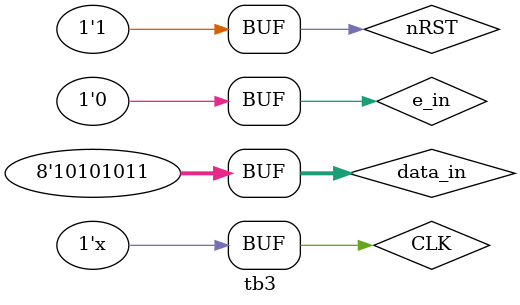
<source format=v>
module tb3;

reg nRST, CLK, e_in;
reg [7:0] data_in;
wire data_out, e_out;

pb3 U0(nRST, CLK, data_in, e_in, data_out, e_out);

always #5 CLK = ~CLK;

initial begin
	nRST = 1; CLK = 0; e_in = 0;
	#10 nRST = 0; 
	#10 nRST = 1; e_in = 1;
	#10 data_in = 8'b10101011;
	#10 e_in = 0;
end

endmodule

</source>
